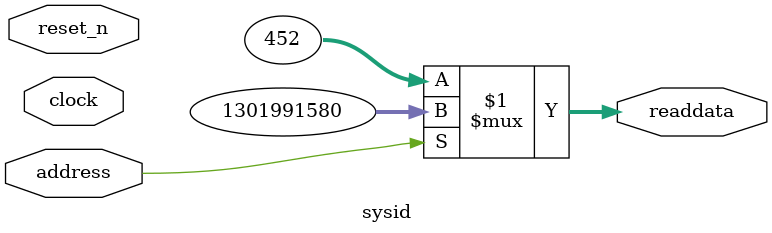
<source format=v>

`timescale 1ns / 1ps
// synthesis translate_on

// turn off superfluous verilog processor warnings 
// altera message_level Level1 
// altera message_off 10034 10035 10036 10037 10230 10240 10030 

module sysid (
               // inputs:
                address,
                clock,
                reset_n,

               // outputs:
                readdata
             )
;

  output  [ 31: 0] readdata;
  input            address;
  input            clock;
  input            reset_n;

  wire    [ 31: 0] readdata;
  //control_slave, which is an e_avalon_slave
  assign readdata = address ? 1301991580 : 452;

endmodule


</source>
